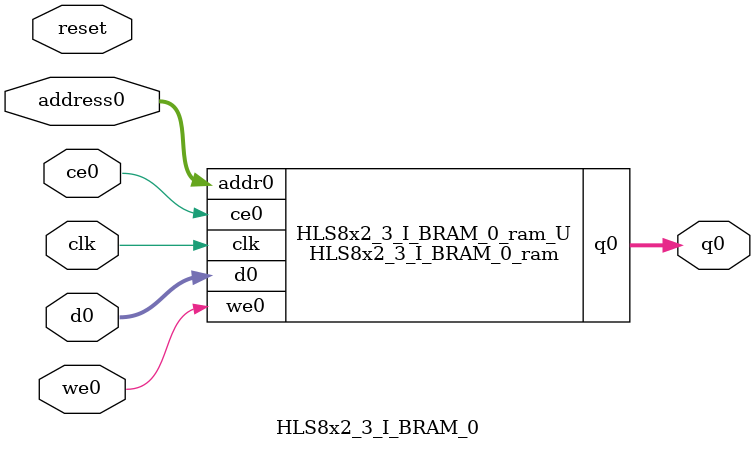
<source format=v>

`timescale 1 ns / 1 ps
module HLS8x2_3_I_BRAM_0_ram (addr0, ce0, d0, we0, q0,  clk);

parameter DWIDTH = 16;
parameter AWIDTH = 8;
parameter MEM_SIZE = 225;

input[AWIDTH-1:0] addr0;
input ce0;
input[DWIDTH-1:0] d0;
input we0;
output reg[DWIDTH-1:0] q0;
input clk;

(* ram_style = "block" *)reg [DWIDTH-1:0] ram[0:MEM_SIZE-1];




always @(posedge clk)  
begin 
    if (ce0) 
    begin
        if (we0) 
        begin 
            ram[addr0] <= d0; 
            q0 <= d0;
        end 
        else 
            q0 <= ram[addr0];
    end
end


endmodule


`timescale 1 ns / 1 ps
module HLS8x2_3_I_BRAM_0(
    reset,
    clk,
    address0,
    ce0,
    we0,
    d0,
    q0);

parameter DataWidth = 32'd16;
parameter AddressRange = 32'd225;
parameter AddressWidth = 32'd8;
input reset;
input clk;
input[AddressWidth - 1:0] address0;
input ce0;
input we0;
input[DataWidth - 1:0] d0;
output[DataWidth - 1:0] q0;



HLS8x2_3_I_BRAM_0_ram HLS8x2_3_I_BRAM_0_ram_U(
    .clk( clk ),
    .addr0( address0 ),
    .ce0( ce0 ),
    .d0( d0 ),
    .we0( we0 ),
    .q0( q0 ));

endmodule


</source>
